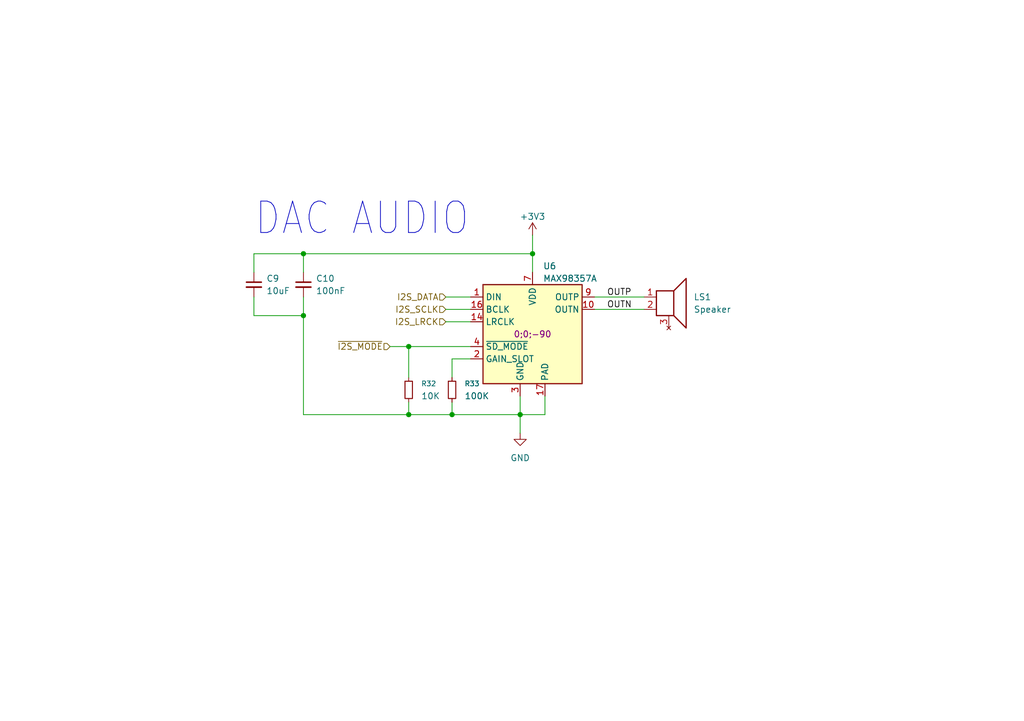
<source format=kicad_sch>
(kicad_sch (version 20250114) (generator "eeschema") (generator_version "9.0")
  (paper "A5")
  (lib_symbols
    (symbol "Audio:MAX98357A"
      (property "Reference" "U" (at -8.89 11.43 0))
      (property "Value" "MAX98357A" (at 10.16 11.43 0))
      (symbol "MAX98357A_1_1"
        (rectangle (start -10.16 10.16) (end 10.16 -10.16) (stroke (width 0.254)) (fill (type background)))
        (pin input line (at -12.7 7.62 0) (length 2.54) (name "DIN") (number "1"))
        (pin input line (at -12.7 5.08 0) (length 2.54) (name "BCLK") (number "16"))
        (pin input line (at -12.7 2.54 0) (length 2.54) (name "LRCLK") (number "14"))
        (pin input line (at -12.7 -2.54 0) (length 2.54) (name "~{SD_MODE}") (number "4"))
        (pin passive line (at -12.7 -5.08 0) (length 2.54) (name "GAIN_SLOT") (number "2"))
        (pin passive line (at -2.54 -12.7 90) (length 2.54) (hide yes) (name "GND") (number "11"))
        (pin passive line (at -2.54 -12.7 90) (length 2.54) (hide yes) (name "GND") (number "15"))
        (pin power_in line (at -2.54 -12.7 90) (length 2.54) (name "GND") (number "3"))
        (pin power_in line (at 0 12.7 270) (length 2.54) (name "VDD") (number "7"))
        (pin passive line (at 0 12.7 270) (length 2.54) (hide yes) (name "VDD") (number "8"))
        (pin unspecified line (at 2.54 -12.7 90) (length 2.54) (name "PAD") (number "17"))
        (pin no_connect line (at 10.16 2.54 180) (length 2.54) (hide yes) (name "NC") (number "5"))
        (pin no_connect line (at 10.16 0 180) (length 2.54) (hide yes) (name "NC") (number "6"))
        (pin no_connect line (at 10.16 -5.08 180) (length 2.54) (hide yes) (name "NC") (number "12"))
        (pin no_connect line (at 10.16 -7.62 180) (length 2.54) (hide yes) (name "NC") (number "13"))
        (pin output line (at 12.7 7.62 180) (length 2.54) (name "OUTP") (number "9"))
        (pin output line (at 12.7 5.08 180) (length 2.54) (name "OUTN") (number "10"))
      )
    )
    (symbol "Device:C_Small" (pin_numbers (hide yes)) (pin_names (offset 0.254) (hide yes))
      (property "Reference" "C" (at 0.254 1.778 0))
      (property "Value" "C_Small" (at 0.254 -2.032 0))
      (symbol "C_Small_0_1"
        (polyline (pts (xy -1.524 0.508) (xy 1.524 0.508)) (stroke (width 0.3048)))
        (polyline (pts (xy -1.524 -0.508) (xy 1.524 -0.508)) (stroke (width 0.3302)))
      )
      (symbol "C_Small_1_1"
        (pin passive line (at 0 2.54 270) (length 2.032) (name "~") (number "1"))
        (pin passive line (at 0 -2.54 90) (length 2.032) (name "~") (number "2"))
      )
    )
    (symbol "Device:R_Small" (pin_numbers (hide yes)) (pin_names (offset 0.254) (hide yes))
      (property "Reference" "R" (at 0 0 90))
      (property "Value" "R_Small" (at 1.778 0 90))
      (symbol "R_Small_0_1"
        (rectangle (start -0.762 1.778) (end 0.762 -1.778) (stroke (width 0.2032)))
      )
      (symbol "R_Small_1_1"
        (pin passive line (at 0 2.54 270) (length 0.762) (name "~") (number "1"))
        (pin passive line (at 0 -2.54 90) (length 0.762) (name "~") (number "2"))
      )
    )
    (symbol "badge_why2025:Speaker" (pin_names (offset 0) (hide yes))
      (property "Reference" "LS" (at 1.27 5.715 0))
      (property "Value" "Speaker" (at 1.27 3.81 0))
      (symbol "Speaker_0_0"
        (rectangle (start -2.54 1.27) (end 1.016 -3.81) (stroke (width 0.254)))
        (polyline (pts (xy 1.016 1.27) (xy 3.556 3.81) (xy 3.556 -6.35) (xy 1.016 -3.81)) (stroke (width 0.254)))
      )
      (symbol "Speaker_1_1"
        (pin input line (at -5.08 0 0) (length 2.54) (name "1") (number "1"))
        (pin input line (at -5.08 -2.54 0) (length 2.54) (name "2") (number "2"))
        (pin no_connect line (at 0 -6.35 90) (length 2.54) (name "MP") (number "3"))
      )
    )
    (symbol "power:+3V3" (power) (pin_numbers (hide yes)) (pin_names (offset 0) (hide yes))
      (property "Value" "+3V3" (at 0 3.556 0))
      (symbol "+3V3_0_1"
        (polyline (pts (xy -0.762 1.27) (xy 0 2.54)))
        (polyline (pts (xy 0 2.54) (xy 0.762 1.27)))
        (polyline (pts (xy 0 0) (xy 0 2.54)))
      )
      (symbol "+3V3_1_1"
        (pin power_in line (at 0 0 90) (length 0) (name "~") (number "1"))
      )
    )
    (symbol "power:GND" (power) (pin_numbers (hide yes)) (pin_names (offset 0) (hide yes))
      (property "Value" "GND" (at 0 -3.81 0))
      (symbol "GND_0_1"
        (polyline (pts (xy 0 0) (xy 0 -1.27) (xy 1.27 -1.27) (xy 0 -2.54) (xy -1.27 -1.27) (xy 0 -1.27)))
      )
      (symbol "GND_1_1"
        (pin power_in line (at 0 0 270) (length 0) (name "~") (number "1"))
      )
    )
  )
  (text "DAC AUDIO" (at 52.07 48.768 0) (effects (font (size 6.4516 5.4838)) (justify left bottom)))
  (junction (at 109.22 52.07))
  (junction (at 83.82 71.12))
  (junction (at 106.68 85.09))
  (junction (at 92.71 85.09))
  (junction (at 83.82 85.09))
  (junction (at 62.23 64.77))
  (junction (at 62.23 52.07))
  (wire (pts (xy 91.44 63.5) (xy 96.52 63.5)))
  (wire (pts (xy 111.76 81.28) (xy 111.76 85.09)))
  (wire (pts (xy 91.44 60.96) (xy 96.52 60.96)))
  (wire (pts (xy 109.22 52.07) (xy 109.22 55.88)))
  (wire (pts (xy 83.82 85.09) (xy 62.23 85.09)))
  (wire (pts (xy 96.52 73.66) (xy 92.71 73.66)))
  (wire (pts (xy 92.71 85.09) (xy 106.68 85.09)))
  (wire (pts (xy 52.07 52.07) (xy 52.07 55.88)))
  (wire (pts (xy 96.52 71.12) (xy 83.82 71.12)))
  (wire (pts (xy 106.68 81.28) (xy 106.68 85.09)))
  (wire (pts (xy 121.92 63.5) (xy 132.08 63.5)))
  (wire (pts (xy 92.71 82.55) (xy 92.71 85.09)))
  (wire (pts (xy 52.07 64.77) (xy 62.23 64.77)))
  (wire (pts (xy 62.23 55.88) (xy 62.23 52.07)))
  (wire (pts (xy 106.68 85.09) (xy 106.68 88.9)))
  (wire (pts (xy 91.44 66.04) (xy 96.52 66.04)))
  (wire (pts (xy 83.82 71.12) (xy 83.82 77.47)))
  (wire (pts (xy 62.23 52.07) (xy 52.07 52.07)))
  (wire (pts (xy 62.23 64.77) (xy 62.23 60.96)))
  (wire (pts (xy 92.71 73.66) (xy 92.71 77.47)))
  (wire (pts (xy 83.82 82.55) (xy 83.82 85.09)))
  (wire (pts (xy 62.23 85.09) (xy 62.23 64.77)))
  (wire (pts (xy 109.22 48.26) (xy 109.22 52.07)))
  (wire (pts (xy 80.01 71.12) (xy 83.82 71.12)))
  (wire (pts (xy 62.23 52.07) (xy 109.22 52.07)))
  (wire (pts (xy 106.68 85.09) (xy 111.76 85.09)))
  (wire (pts (xy 121.92 60.96) (xy 132.08 60.96)))
  (wire (pts (xy 52.07 60.96) (xy 52.07 64.77)))
  (wire (pts (xy 83.82 85.09) (xy 92.71 85.09)))
  (label "OUTP" (at 124.46 60.96 0))
  (label "OUTN" (at 124.46 63.5 0))
  (hierarchical_label "I2S_SCLK" (shape input) (at 91.44 63.5 180))
  (hierarchical_label "I2S_DATA" (shape input) (at 91.44 60.96 180))
  (hierarchical_label "~{I2S_MODE}" (shape input) (at 80.01 71.12 180))
  (hierarchical_label "I2S_LRCK" (shape input) (at 91.44 66.04 180))
  (symbol (lib_id "Device:R_Small") (at 92.71 80.01 180) (unit 1)
    (property "Reference" "R33" (at 95.25 78.7399 0) (effects (font (size 1.016 1.016)) (justify right)))
    (property "Value" "100K" (at 95.25 81.2799 0) (effects (justify right)))
    (property "Footprint" "Resistor_SMD:R_0402_1005Metric" (effects (hide yes)))
    (property "Description" "Resistor, small symbol" (effects (hide yes)))
    (property "LCSC" "C25741" (effects (hide yes)))
  )
  (symbol (lib_id "badge_why2025:Speaker") (at 137.16 60.96 0) (unit 1)
    (property "Reference" "LS1" (at 142.24 60.9599 0) (effects (justify left)))
    (property "Value" "Speaker" (at 142.24 63.4999 0) (effects (justify left)))
    (property "Footprint" "Connector_JST:JST_PH_S2B-PH-SM4-TB_1x02-1MP_P2.00mm_Horizontal" (effects (hide yes)))
    (property "Description" "Speaker" (effects (hide yes)))
    (property "LCSC" "C295747" (effects (hide yes)))
  )
  (symbol (lib_id "Device:R_Small") (at 83.82 80.01 180) (unit 1)
    (property "Reference" "R32" (at 86.36 78.7399 0) (effects (font (size 1.016 1.016)) (justify right)))
    (property "Value" "10K" (at 86.36 81.2799 0) (effects (justify right)))
    (property "Footprint" "Resistor_SMD:R_0402_1005Metric" (effects (hide yes)))
    (property "Description" "Resistor, small symbol" (effects (hide yes)))
    (property "LCSC" "C25744" (effects (hide yes)))
  )
  (symbol (lib_id "power:GND") (at 106.68 88.9 0) (unit 1)
    (property "Reference" "#PWR035" (effects (hide yes)))
    (property "Value" "GND" (at 106.68 93.98 0))
    (property "Description" "Power symbol creates a global label with name \"GND\" , ground" (effects (hide yes)))
  )
  (symbol (lib_id "Device:C_Small") (at 62.23 58.42 0) (unit 1)
    (property "Reference" "C10" (at 64.77 57.1562 0) (effects (justify left)))
    (property "Value" "100nF" (at 64.77 59.6962 0) (effects (justify left)))
    (property "Footprint" "Capacitor_SMD:C_0402_1005Metric" (effects (hide yes)))
    (property "Description" "Unpolarized capacitor, small symbol" (effects (hide yes)))
    (property "LCSC" "C307331" (effects (hide yes)))
  )
  (symbol (lib_id "power:+3V3") (at 109.22 48.26 0) (unit 1)
    (property "Reference" "#PWR036" (effects (hide yes)))
    (property "Value" "+3V3" (at 109.22 44.45 0))
    (property "Description" "Power symbol creates a global label with name \"+3V3\"" (effects (hide yes)))
  )
  (symbol (lib_id "Audio:MAX98357A") (at 109.22 68.58 0) (unit 1)
    (property "Reference" "U6" (at 111.3633 54.61 0) (effects (justify left)))
    (property "Value" "MAX98357A" (at 111.3633 57.15 0) (effects (justify left)))
    (property "Footprint" "Package_DFN_QFN:TQFN-16-1EP_3x3mm_P0.5mm_EP1.23x1.23mm" (effects (hide yes)))
    (property "Datasheet" "https://www.analog.com/media/en/technical-documentation/data-sheets/MAX98357A-MAX98357B.pdf" (effects (hide yes)))
    (property "Description" "Mono DAC with amplifier, I2S, PCM, TDM, 32-bit, 96khz, 3.2W, TQFP-16" (effects (hide yes)))
    (property "LCSC" "C910544" (effects (hide yes)))
    (property "JLCPCB_CORRECTION" "0;0;-90" (at 109.22 68.58 0))
  )
  (symbol (lib_id "Device:C_Small") (at 52.07 58.42 0) (unit 1)
    (property "Reference" "C9" (at 54.61 57.1562 0) (effects (justify left)))
    (property "Value" "10uF" (at 54.61 59.6962 0) (effects (justify left)))
    (property "Footprint" "Capacitor_SMD:C_0603_1608Metric" (effects (hide yes)))
    (property "Description" "Unpolarized capacitor, small symbol" (effects (hide yes)))
    (property "LCSC" "C96446" (effects (hide yes)))
  )
)
</source>
